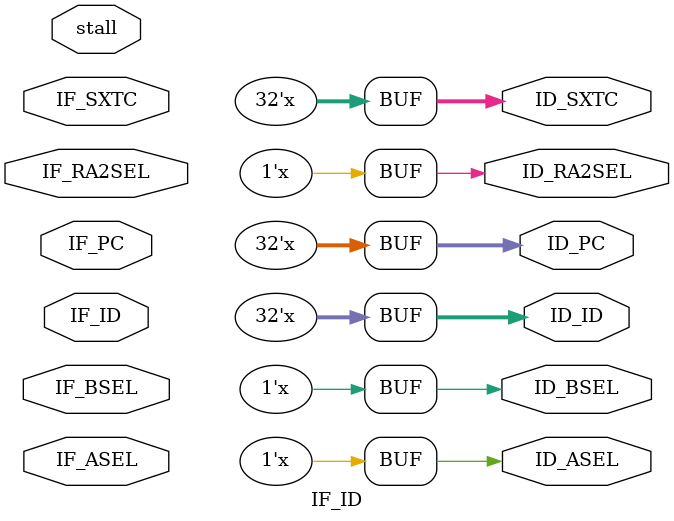
<source format=v>
`timescale 1ns / 1ps

module IF_ID(
        input stall,
        input [31:0] IF_PC,
        input IF_RA2SEL,
        input IF_ASEL,
        input IF_BSEL,
        input [31:0] IF_SXTC,
        input [31:0] IF_ID,
        output reg [31:0] ID_PC,
        output reg ID_RA2SEL,
        output reg ID_ASEL,
        output reg ID_BSEL,
        output reg [31:0] ID_SXTC,
        output reg [31:0] ID_ID
    );
    
    reg [31:0] PC;
    reg RA2SEL;
    reg ASEL;
    reg BSEL;
    reg [31:0] SXTC;
    reg [31:0] ID;
    
    always @(*)
    begin
        
        if (stall == 0)
        begin
            //data in pipeline register
            PC <= IF_PC;
            RA2SEL <= IF_RA2SEL;
            ASEL <= IF_ASEL;
            BSEL <= IF_BSEL;
            SXTC <= IF_SXTC;
            ID <= IF_ID;
        end
        
        //data sent
        ID_PC <= PC;
        ID_RA2SEL <= RA2SEL;
        ID_ASEL <= ASEL;
        ID_BSEL <= BSEL;
        ID_SXTC <= SXTC;
        ID_ID <= ID;
    end
    
endmodule

</source>
